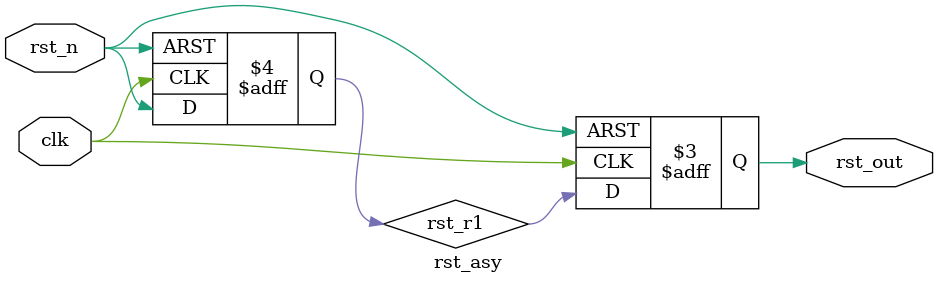
<source format=v>
module rst_asy (
    input clk,
    input rst_n,
    output rst_out
);
reg rst_r1;
    always @(posedge clk or negedge rst_n)begin
        if (~rst_n) begin
            rst_r1 <= 1'b0;
            rst_out <= 1'b0;
        end
        else begin
            rst_r1 <= rst_n;
            rst_out <= rst_r1;
        end
    end
endmodule 
</source>
